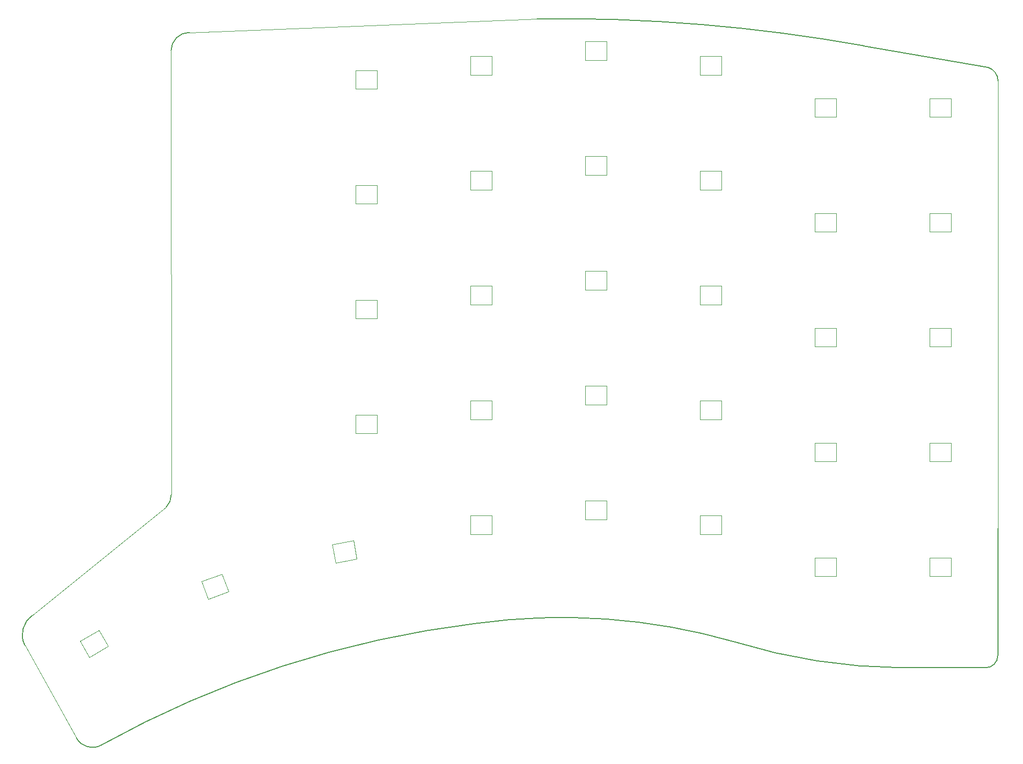
<source format=gm1>
G04 #@! TF.GenerationSoftware,KiCad,Pcbnew,7.0.9*
G04 #@! TF.CreationDate,2023-12-28T12:40:59+03:00*
G04 #@! TF.ProjectId,SofleKeyboard,536f666c-654b-4657-9962-6f6172642e6b,rev?*
G04 #@! TF.SameCoordinates,Original*
G04 #@! TF.FileFunction,Profile,NP*
%FSLAX46Y46*%
G04 Gerber Fmt 4.6, Leading zero omitted, Abs format (unit mm)*
G04 Created by KiCad (PCBNEW 7.0.9) date 2023-12-28 12:40:59*
%MOMM*%
%LPD*%
G01*
G04 APERTURE LIST*
G04 #@! TA.AperFunction,Profile*
%ADD10C,0.150000*%
G04 #@! TD*
G04 #@! TA.AperFunction,Profile*
%ADD11C,0.100000*%
G04 #@! TD*
G04 #@! TA.AperFunction,Profile*
%ADD12C,0.120000*%
G04 #@! TD*
G04 APERTURE END LIST*
D10*
X223800000Y-43050000D02*
X203150884Y-39470909D01*
X203150884Y-39470910D02*
G75*
G03*
X149000000Y-35000001I-50447734J-280845739D01*
G01*
X223303228Y-142655895D02*
X209276614Y-142655895D01*
X181800000Y-138377948D02*
G75*
G03*
X209276614Y-142655895I28421684J92170167D01*
G01*
X181800000Y-138377949D02*
G75*
G03*
X138849288Y-135307796I-28692422J-99429958D01*
G01*
X138849288Y-135307796D02*
G75*
G03*
X76717681Y-155469972I20446630J-168821401D01*
G01*
X72546087Y-154287871D02*
G75*
G03*
X76717681Y-155469972I2649999J1400000D01*
G01*
X65241258Y-134010454D02*
G75*
G03*
X63991258Y-138938726I2166523J-3172174D01*
G01*
X87421320Y-116071320D02*
G75*
G03*
X88300000Y-113950000I-2121319J2121320D01*
G01*
X91289180Y-37263923D02*
G75*
G03*
X88263923Y-40289180I0J-3025257D01*
G01*
X225499999Y-45350000D02*
G75*
G03*
X223800000Y-43050001I-2405882J0D01*
G01*
X223303228Y-142655895D02*
G75*
G03*
X225449999Y-140600000I146103J1996219D01*
G01*
D11*
X72546087Y-154287871D02*
X63991258Y-138938726D01*
X65241258Y-134010454D02*
X87421320Y-116071320D01*
X149000000Y-35000000D02*
X91289180Y-37263923D01*
D10*
X225470181Y-119500000D02*
X225450000Y-140600000D01*
D11*
X88300000Y-113950000D02*
X88263923Y-40289180D01*
X225500000Y-45350000D02*
X225470181Y-119500000D01*
D12*
X160550000Y-41851000D02*
X160550000Y-38751000D01*
X160550000Y-38751000D02*
X156950000Y-38751000D01*
X156950000Y-41851000D02*
X160550000Y-41851000D01*
X156950000Y-38751000D02*
X156950000Y-41851000D01*
X217700000Y-89401000D02*
X217700000Y-86301000D01*
X217700000Y-86301000D02*
X214100000Y-86301000D01*
X214100000Y-89401000D02*
X217700000Y-89401000D01*
X214100000Y-86301000D02*
X214100000Y-89401000D01*
X217700000Y-51301000D02*
X217700000Y-48201000D01*
X217700000Y-48201000D02*
X214100000Y-48201000D01*
X214100000Y-51301000D02*
X217700000Y-51301000D01*
X214100000Y-48201000D02*
X214100000Y-51301000D01*
X141500000Y-82401000D02*
X141500000Y-79301000D01*
X141500000Y-79301000D02*
X137900000Y-79301000D01*
X137900000Y-82401000D02*
X141500000Y-82401000D01*
X137900000Y-79301000D02*
X137900000Y-82401000D01*
X198650000Y-108451000D02*
X198650000Y-105351000D01*
X198650000Y-105351000D02*
X195050000Y-105351000D01*
X195050000Y-108451000D02*
X198650000Y-108451000D01*
X195050000Y-105351000D02*
X195050000Y-108451000D01*
X77809475Y-139113336D02*
X76259475Y-136428657D01*
X76259475Y-136428657D02*
X73141783Y-138228657D01*
X74691783Y-140913336D02*
X77809475Y-139113336D01*
X73141783Y-138228657D02*
X74691783Y-140913336D01*
X214100000Y-124401000D02*
X214100000Y-127501000D01*
X214100000Y-127501000D02*
X217700000Y-127501000D01*
X217700000Y-124401000D02*
X214100000Y-124401000D01*
X217700000Y-127501000D02*
X217700000Y-124401000D01*
X122450000Y-46650000D02*
X122450000Y-43550000D01*
X122450000Y-43550000D02*
X118850000Y-43550000D01*
X118850000Y-46650000D02*
X122450000Y-46650000D01*
X118850000Y-43550000D02*
X118850000Y-46650000D01*
X141500000Y-44301000D02*
X141500000Y-41201000D01*
X141500000Y-41201000D02*
X137900000Y-41201000D01*
X137900000Y-44301000D02*
X141500000Y-44301000D01*
X137900000Y-41201000D02*
X137900000Y-44301000D01*
X141500000Y-101451000D02*
X141500000Y-98351000D01*
X141500000Y-98351000D02*
X137900000Y-98351000D01*
X137900000Y-101451000D02*
X141500000Y-101451000D01*
X137900000Y-98351000D02*
X137900000Y-101451000D01*
X179600000Y-101451000D02*
X179600000Y-98351000D01*
X179600000Y-98351000D02*
X176000000Y-98351000D01*
X176000000Y-101451000D02*
X179600000Y-101451000D01*
X176000000Y-98351000D02*
X176000000Y-101451000D01*
X217700000Y-108451000D02*
X217700000Y-105351000D01*
X217700000Y-105351000D02*
X214100000Y-105351000D01*
X214100000Y-108451000D02*
X217700000Y-108451000D01*
X214100000Y-105351000D02*
X214100000Y-108451000D01*
X179600000Y-44301000D02*
X179600000Y-41201000D01*
X179600000Y-41201000D02*
X176000000Y-41201000D01*
X176000000Y-44301000D02*
X179600000Y-44301000D01*
X176000000Y-41201000D02*
X176000000Y-44301000D01*
X160550000Y-118051000D02*
X160550000Y-114951000D01*
X160550000Y-114951000D02*
X156950000Y-114951000D01*
X156950000Y-118051000D02*
X160550000Y-118051000D01*
X156950000Y-114951000D02*
X156950000Y-118051000D01*
X122450000Y-103801000D02*
X122450000Y-100701000D01*
X122450000Y-100701000D02*
X118850000Y-100701000D01*
X118850000Y-103801000D02*
X122450000Y-103801000D01*
X118850000Y-100701000D02*
X118850000Y-103801000D01*
X179600000Y-82401000D02*
X179600000Y-79301000D01*
X179600000Y-79301000D02*
X176000000Y-79301000D01*
X176000000Y-82401000D02*
X179600000Y-82401000D01*
X176000000Y-79301000D02*
X176000000Y-82401000D01*
X141500000Y-63350000D02*
X141500000Y-60250000D01*
X141500000Y-60250000D02*
X137900000Y-60250000D01*
X137900000Y-63350000D02*
X141500000Y-63350000D01*
X137900000Y-60250000D02*
X137900000Y-63350000D01*
X122450000Y-65701000D02*
X122450000Y-62601000D01*
X122450000Y-62601000D02*
X118850000Y-62601000D01*
X118850000Y-65701000D02*
X122450000Y-65701000D01*
X118850000Y-62601000D02*
X118850000Y-65701000D01*
X179600000Y-120501000D02*
X179600000Y-117401000D01*
X179600000Y-117401000D02*
X176000000Y-117401000D01*
X176000000Y-120501000D02*
X179600000Y-120501000D01*
X176000000Y-117401000D02*
X176000000Y-120501000D01*
X198650000Y-127501000D02*
X198650000Y-124401000D01*
X198650000Y-124401000D02*
X195050000Y-124401000D01*
X195050000Y-127501000D02*
X198650000Y-127501000D01*
X195050000Y-124401000D02*
X195050000Y-127501000D01*
X160550000Y-79951000D02*
X160550000Y-76851000D01*
X160550000Y-76851000D02*
X156950000Y-76851000D01*
X156950000Y-79951000D02*
X160550000Y-79951000D01*
X156950000Y-76851000D02*
X156950000Y-79951000D01*
X179600000Y-63351000D02*
X179600000Y-60251000D01*
X179600000Y-60251000D02*
X176000000Y-60251000D01*
X176000000Y-63351000D02*
X179600000Y-63351000D01*
X176000000Y-60251000D02*
X176000000Y-63351000D01*
X97765367Y-130038742D02*
X96705105Y-127125695D01*
X96705105Y-127125695D02*
X93322211Y-128356967D01*
X94382474Y-131270014D02*
X97765367Y-130038742D01*
X93322211Y-128356967D02*
X94382474Y-131270014D01*
X198650000Y-70351000D02*
X198650000Y-67251000D01*
X198650000Y-67251000D02*
X195050000Y-67251000D01*
X195050000Y-70351000D02*
X198650000Y-70351000D01*
X195050000Y-67251000D02*
X195050000Y-70351000D01*
X160550000Y-60901000D02*
X160550000Y-57801000D01*
X160550000Y-57801000D02*
X156950000Y-57801000D01*
X156950000Y-60901000D02*
X160550000Y-60901000D01*
X156950000Y-57801000D02*
X156950000Y-60901000D01*
X122450000Y-84751000D02*
X122450000Y-81651000D01*
X122450000Y-81651000D02*
X118850000Y-81651000D01*
X118850000Y-84751000D02*
X122450000Y-84751000D01*
X118850000Y-81651000D02*
X118850000Y-84751000D01*
X198650000Y-89401000D02*
X198650000Y-86301000D01*
X198650000Y-86301000D02*
X195050000Y-86301000D01*
X195050000Y-89401000D02*
X198650000Y-89401000D01*
X195050000Y-86301000D02*
X195050000Y-89401000D01*
X217700000Y-70351000D02*
X217700000Y-67251000D01*
X217700000Y-67251000D02*
X214100000Y-67251000D01*
X214100000Y-70351000D02*
X217700000Y-70351000D01*
X214100000Y-67251000D02*
X214100000Y-70351000D01*
X160550000Y-99001000D02*
X160550000Y-95901000D01*
X160550000Y-95901000D02*
X156950000Y-95901000D01*
X156950000Y-99001000D02*
X160550000Y-99001000D01*
X156950000Y-95901000D02*
X156950000Y-99001000D01*
X119093850Y-124612123D02*
X118555540Y-121559219D01*
X118555540Y-121559219D02*
X115010233Y-122184352D01*
X115548542Y-125237256D02*
X119093850Y-124612123D01*
X115010233Y-122184352D02*
X115548542Y-125237256D01*
X198650000Y-51301000D02*
X198650000Y-48201000D01*
X198650000Y-48201000D02*
X195050000Y-48201000D01*
X195050000Y-51301000D02*
X198650000Y-51301000D01*
X195050000Y-48201000D02*
X195050000Y-51301000D01*
X141500000Y-120501000D02*
X141500000Y-117401000D01*
X141500000Y-117401000D02*
X137900000Y-117401000D01*
X137900000Y-120501000D02*
X141500000Y-120501000D01*
X137900000Y-117401000D02*
X137900000Y-120501000D01*
M02*

</source>
